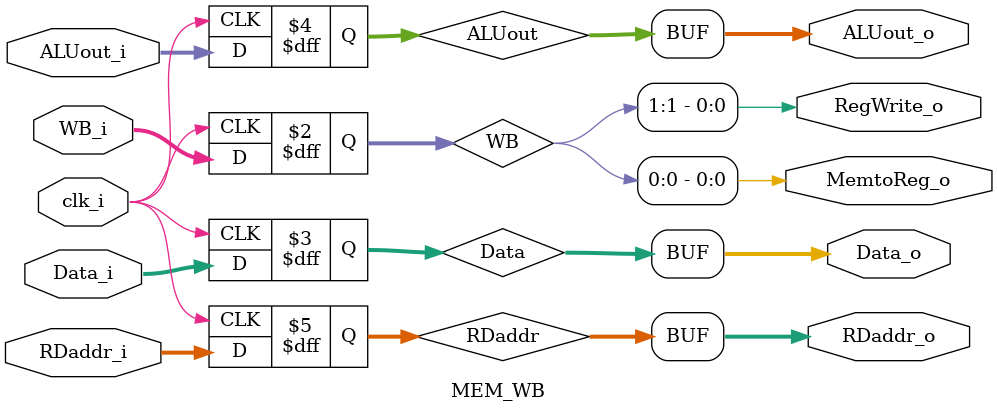
<source format=v>
module MEM_WB
(
	clk_i,
	WB_i,
	Data_i,
	ALUout_i,
	RDaddr_i,
	RegWrite_o,
	MemtoReg_o,
	Data_o,
	ALUout_o,
	RDaddr_o
);

input         clk_i;
input  [ 1:0] WB_i;
input  [31:0] Data_i;
input  [31:0] ALUout_i;
input  [ 4:0] RDaddr_i;
output        RegWrite_o;
output        MemtoReg_o;
output [31:0] Data_o;
output [31:0] ALUout_o;
output [ 4:0] RDaddr_o;

reg    [ 1:0] WB;
reg    [31:0] Data;
reg    [31:0] ALUout;
reg    [ 4:0] RDaddr;

assign RegWrite_o = WB[1];
assign MemtoReg_o = WB[0];
assign Data_o = Data;
assign ALUout_o = ALUout;
assign RDaddr_o = RDaddr;

always@(posedge clk_i) begin
	WB <= WB_i;
	Data <= Data_i;
	ALUout <= ALUout_i;
	RDaddr <= RDaddr_i;
end

endmodule 

</source>
